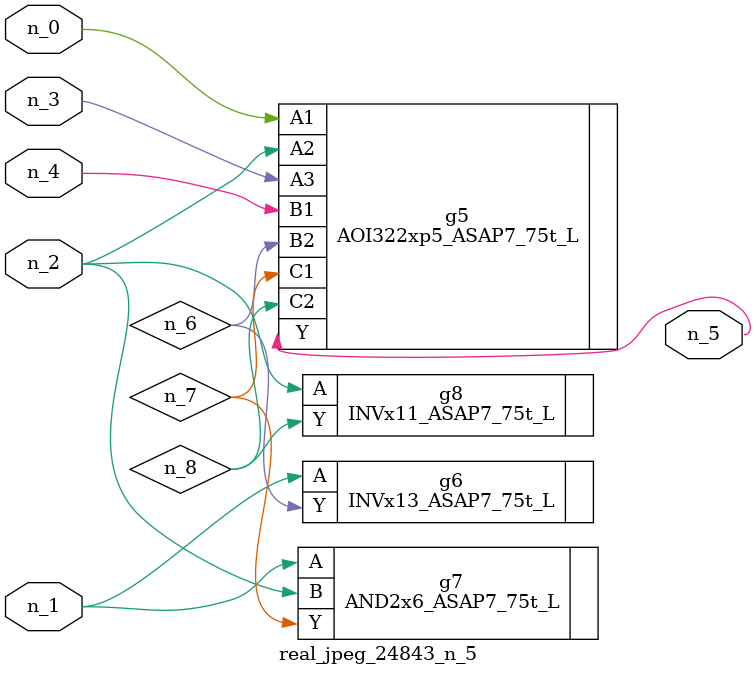
<source format=v>
module real_jpeg_24843_n_5 (n_4, n_0, n_1, n_2, n_3, n_5);

input n_4;
input n_0;
input n_1;
input n_2;
input n_3;

output n_5;

wire n_8;
wire n_6;
wire n_7;

AOI322xp5_ASAP7_75t_L g5 ( 
.A1(n_0),
.A2(n_2),
.A3(n_3),
.B1(n_4),
.B2(n_6),
.C1(n_7),
.C2(n_8),
.Y(n_5)
);

INVx13_ASAP7_75t_L g6 ( 
.A(n_1),
.Y(n_6)
);

AND2x6_ASAP7_75t_L g7 ( 
.A(n_1),
.B(n_2),
.Y(n_7)
);

INVx11_ASAP7_75t_L g8 ( 
.A(n_2),
.Y(n_8)
);


endmodule
</source>
